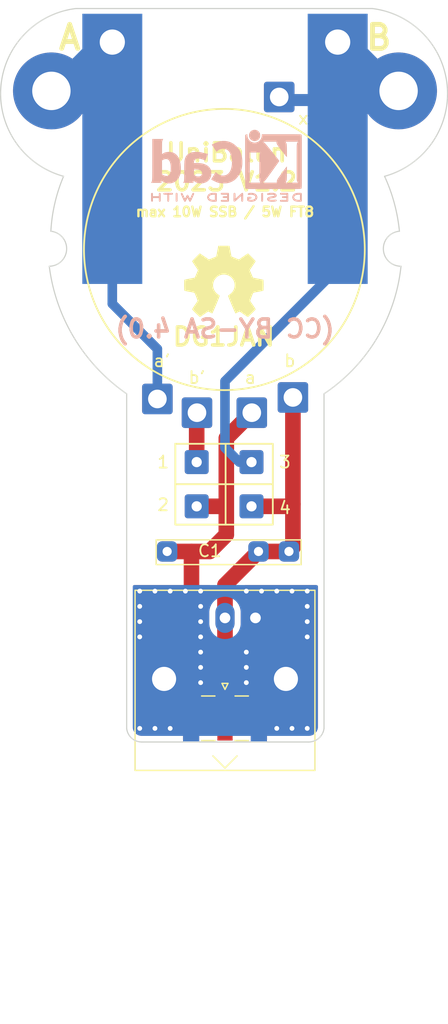
<source format=kicad_pcb>
(kicad_pcb (version 20211014) (generator pcbnew)
  (layers (0 "F.Cu" signal) (31 "B.Cu" signal) (34 "B.Paste" user) (35 "F.Paste" user) (36 "B.SilkS" user "B.Silkscreen") (37 "F.SilkS" user "F.Silkscreen") (38 "B.Mask" user) (39 "F.Mask" user) (44 "Edge.Cuts" user))
  (net 0 "")
  (net 1 "Net-(C1-Pad1)")
  (net 2 "GND")
  (net 3 "Net-(H1-Pad1)")
  (net 4 "Net-(U1-Pad1)")
  (net 5 "Net-(H2-Pad1)")
  (footprint "UniBalunLibrary:FT82_Balun" (layer "F.Cu") (at 117.602 65.532)
    (fp_text reference "U2" hide)
    (fp_text value "Core" hide)
    (fp_text user "x" (at 6.5278 -10.922) (layer "F.SilkS"))
    (fp_text user "a'" (at -5.2578 9.271) (layer "F.SilkS"))
    (fp_text user "a" (at 2.1082 10.668) (layer "F.SilkS"))
    (fp_text user "b'" (at -2.3368 10.668) (layer "F.SilkS"))
    (fp_text user "b" (at 5.4102 9.271) (layer "F.SilkS"))
    (pad "" np_thru_hole circle (at 4.6736 0) (size 3.2 3.2) (drill 3.2) (layers *.Cu *.Mask))
    (pad "" np_thru_hole circle (at -4.826 0) (size 3.2 3.2) (drill 3.2) (layers *.Cu *.Mask))
    (pad "" np_thru_hole circle (at -4.826 0) (size 3.2 3.2) (drill 3.2) (layers *.Cu *.Mask))
    (pad "" np_thru_hole circle (at 4.6736 0) (size 3.2 3.2) (drill 3.2) (layers *.Cu *.Mask))
    (pad "1" thru_hole roundrect (at 2.2352 13.589) (size 2.55 2.55) (drill 1.55) (layers *.Cu *.Mask) (roundrect_rratio 0.098039) (net 2 "GND"))
    (pad "2" thru_hole roundrect (at 5.6642 12.319) (size 2.55 2.55) (drill 1.55) (layers *.Cu *.Mask) (roundrect_rratio 0.098039) (net 1 "Net-(C1-Pad1)"))
    (pad "3" thru_hole roundrect (at -5.6388 12.446) (size 2.55 2.55) (drill 1.55) (layers *.Cu *.Mask) (roundrect_rratio 0.098039) (net 5 "Net-(H2-Pad1)"))
    (pad "4" thru_hole roundrect (at -2.3368 13.589) (size 2.55 2.55) (drill 1.55) (layers *.Cu *.Mask) (roundrect_rratio 0.098039) (net 4 "Net-(U1-Pad1)"))
    (pad "5" thru_hole roundrect (at 4.5212 -12.7) (size 2.55 2.55) (drill 1.55) (layers *.Cu *.Mask) (roundrect_rratio 0.098039) (net 3 "Net-(H1-Pad1)"))
  )
  (footprint "Connector_Wire:SolderWire-1.5sqmm_1x01_D1.7mm_OD3.9mm" (layer "F.Cu") (at 108.204 48.26)
    (fp_text reference "J5" hide)
    (fp_text value "A_THT_Pad")
    (pad "1" thru_hole roundrect (at 0 0) (size 3.9 3.9) (drill 2.1) (layers *.Cu *.Mask) (roundrect_rratio 0.064103) (net 5 "Net-(H2-Pad1)"))
  )
  (footprint "Connector_Coaxial:BNC_Amphenol_B6252HB-NPP3G-50_Horizontal" (layer "F.Cu") (at 117.602 96.21 180)
    (fp_text reference "J1" hide)
    (fp_text value "BNC" hide)
    (pad "1" thru_hole oval (at 0 0 180) (size 1.6 2.5) (drill 0.89) (layers *.Cu *.Mask) (net 1 "Net-(C1-Pad1)"))
    (pad "2" thru_hole oval (at -5.08 -5.08 180) (size 3.5 7) (drill 2.01) (layers *.Cu *.Mask) (net 2 "GND"))
    (pad "2" thru_hole oval (at -2.54 0 180) (size 1.6 2.5) (drill 0.89) (layers *.Cu *.Mask) (net 2 "GND"))
    (pad "2" thru_hole oval (at 5.08 -5.08 180) (size 3.5 7) (drill 2.01) (layers *.Cu *.Mask) (net 2 "GND"))
  )
  (footprint "MountingHole:MountingHole_4.5mm" (layer "F.Cu") (at 117.6782 49.53)
    (fp_text reference "H5" hide)
    (fp_text value "MountingHole" hide)
    (pad "" np_thru_hole circle (at 0 0) (size 4.5 4.5) (drill 4.5) (layers *.Cu *.Mask))
  )
  (footprint "Connector_Wire:SolderWire-1.5sqmm_1x01_D1.7mm_OD3.9mm" (layer "F.Cu") (at 127 48.26)
    (fp_text reference "J3" hide)
    (fp_text value "B_THT_Pad")
    (pad "1" thru_hole roundrect (at 0 0) (size 3.9 3.9) (drill 2.1) (layers *.Cu *.Mask) (roundrect_rratio 0.064103) (net 3 "Net-(H1-Pad1)"))
  )
  (footprint "MountingHole:MountingHole_2.1mm" (layer "F.Cu") (at 112.8014 48.387)
    (fp_text reference "H4" hide)
    (fp_text value "MountingHole" hide)
    (pad "" np_thru_hole circle (at 0 0) (size 2.1 2.1) (drill 2.1) (layers *.Cu *.Mask))
  )
  (footprint "UniBalunLibrary:Jumper" (layer "F.Cu") (at 117.602 85.09)
    (fp_text reference "U1" hide)
    (fp_text value "JumperPad" hide)
    (fp_text user "1" (at -5.1562 -1.8542) (layer "F.SilkS"))
    (fp_text user "4" (at 5.0038 1.9558) (layer "F.SilkS"))
    (fp_text user "3" (at 5.0038 -1.8542) (layer "F.SilkS"))
    (fp_text user "2" (at -5.1562 1.7018) (layer "F.SilkS"))
    (pad "1" thru_hole roundrect (at -2.3622 -1.8542) (size 2 2) (drill 0.85) (layers *.Cu *.Mask) (roundrect_rratio 0.125) (net 4 "Net-(U1-Pad1)"))
    (pad "2" thru_hole roundrect (at -2.3622 1.8288) (size 2 2) (drill 0.85) (layers *.Cu *.Mask) (roundrect_rratio 0.125) (net 2 "GND"))
    (pad "3" thru_hole roundrect (at 2.2098 -1.8542) (size 2 2) (drill 0.85) (layers *.Cu *.Mask) (roundrect_rratio 0.125) (net 3 "Net-(H1-Pad1)"))
    (pad "4" thru_hole roundrect (at 2.2098 1.8288) (size 2 2) (drill 0.85) (layers *.Cu *.Mask) (roundrect_rratio 0.125) (net 1 "Net-(C1-Pad1)"))
  )
  (footprint "MountingHole:MountingHole_3.2mm_M3_Pad" (layer "F.Cu") (at 103.124 52.324)
    (fp_text reference "H2" hide)
    (fp_text value "A" hide)
    (pad "1" thru_hole circle (at 0 0) (size 6.4 6.4) (drill 3.2) (layers *.Cu *.Mask) (net 5 "Net-(H2-Pad1)"))
  )
  (footprint "UniBalunLibrary:THT_cap" (layer "F.Cu") (at 117.856 90.678 180)
    (fp_text reference "C1" (at 1.524 0.0508 unlocked) (layer "F.SilkS"))
    (fp_text value "100pF" hide)
    (pad "1" thru_hole roundrect (at -2.54 0 180) (size 1.7 1.7) (drill 0.762) (layers *.Cu *.Mask) (net 1 "Net-(C1-Pad1)"))
    (pad "1" thru_hole roundrect (at -5.08 0 180) (size 1.7 1.7) (drill 0.762) (layers *.Cu *.Mask) (net 1 "Net-(C1-Pad1)"))
    (pad "2" thru_hole roundrect (at 5.08 0 180) (size 1.7 1.7) (drill 0.762) (layers *.Cu *.Mask) (net 2 "GND"))
  )
  (footprint "MountingHole:MountingHole_2.1mm" (layer "F.Cu") (at 122.4026 48.387)
    (fp_text reference "H3" hide)
    (fp_text value "MountingHole" hide)
    (pad "" np_thru_hole circle (at 0 0) (size 2.1 2.1) (drill 2.1) (layers *.Cu *.Mask))
  )
  (footprint "MountingHole:MountingHole_3.2mm_M3_Pad" (layer "F.Cu") (at 132.08 52.324)
    (fp_text reference "H1" hide)
    (fp_text value "B" hide)
    (pad "1" thru_hole circle (at 0 0) (size 6.4 6.4) (drill 3.2) (layers *.Cu *.Mask) (net 3 "Net-(H1-Pad1)"))
  )
  (footprint "Connector_Coaxial:SMA_Samtec_SMA-J-P-X-ST-EM1_EdgeMount" (layer "F.Cu") (at 117.602 104.4226)
    (fp_text reference "J2" hide)
    (fp_text value "SMA" hide)
    (pad "1" smd rect (at 0 0.2) (size 1.27 3.6) (layers "F.Cu" "F.Paste" "F.Mask") (net 1 "Net-(C1-Pad1)"))
    (pad "2" smd rect (at 2.825 0) (size 1.35 4.2) (layers "B.Cu" "B.Paste" "B.Mask") (net 2 "GND"))
    (pad "2" smd rect (at -2.825 0) (size 1.35 4.2) (layers "B.Cu" "B.Paste" "B.Mask") (net 2 "GND"))
    (pad "2" smd rect (at -2.825 0) (size 1.35 4.2) (layers "F.Cu" "F.Paste" "F.Mask") (net 2 "GND"))
    (pad "2" smd rect (at 2.825 0) (size 1.35 4.2) (layers "F.Cu" "F.Paste" "F.Mask") (net 2 "GND"))
  )
  (footprint "Symbol:OSHW-Symbol_6.7x6mm_SilkScreen" (layer "F.Cu") (at 117.5 68.2)
    (fp_text reference "REF**" hide)
    (fp_text value "OSHW-Symbol_6.7x6mm_SilkScreen" hide)
  )
  (footprint "UniBalunLibrary:4mmJack" (layer "B.Cu") (at 127.254 56.896 90)
    (fp_text reference "J4" hide)
    (fp_text value "B_SMD_PAD" hide)
    (pad "1" smd rect (at -0.254 -0.254 90) (size 22.5 5) (layers "B.Cu" "B.Mask") (net 3 "Net-(H1-Pad1)"))
  )
  (footprint "Symbol:KiCad-Logo2_5mm_SilkScreen" (layer "B.Cu") (at 117.729 58.547 180)
    (fp_text reference "REF**" hide)
    (fp_text value "KiCad-Logo2_5mm_SilkScreen" hide)
  )
  (footprint "UniBalunLibrary:4mmJack" (layer "B.Cu") (at 108.458 56.896 90)
    (fp_text reference "J6" hide)
    (fp_text value "A_SMD_PAD" hide)
    (pad "1" smd rect (at -0.254 -0.254 90) (size 22.5 5) (layers "B.Cu" "B.Mask") (net 5 "Net-(H2-Pad1)"))
  )
  (gr_line (start 125.861231 105.41) (end 125.861231 77.548862) (layer "Edge.Cuts") (width 0.1))
  (gr_arc (start 110.658774 106.543974) (mid 109.812413 106.218577) (end 109.402031 105.41) (layer "Edge.Cuts") (width 0.1))
  (gr_arc (start 109.402031 77.548862) (mid 105.04112 72.92614) (end 102.945817 66.926406) (layer "Edge.Cuts") (width 0.1))
  (gr_arc (start 132.281854 66.925327) (mid 130.254542 72.952072) (end 125.861231 77.548862) (layer "Edge.Cuts") (width 0.1))
  (gr_arc (start 103.078577 64.011716) (mid 104.394 65.532) (end 102.945817 66.926406) (layer "Edge.Cuts") (width 0.1))
  (gr_line (start 109.402031 105.41) (end 109.402031 77.548862) (layer "Edge.Cuts") (width 0.1))
  (gr_arc (start 103.078577 64.011716) (mid 103.410896 61.677837) (end 104.14 59.436) (layer "Edge.Cuts") (width 0.1))
  (gr_arc (start 130.910075 59.436) (mid 131.721418 61.671361) (end 132.149094 64.010637) (layer "Edge.Cuts") (width 0.1))
  (gr_arc (start 129.894075 45.466) (mid 136.144 52.033405) (end 130.910075 59.436) (layer "Edge.Cuts") (width 0.1))
  (gr_arc (start 125.861231 105.41) (mid 125.43422 106.219858) (end 124.577974 106.543974) (layer "Edge.Cuts") (width 0.1))
  (gr_arc (start 132.281854 66.925327) (mid 130.81 65.532) (end 132.149094 64.010637) (layer "Edge.Cuts") (width 0.1))
  (gr_line (start 110.658774 106.543974) (end 124.577974 106.543974) (layer "Edge.Cuts") (width 0.1))
  (gr_line (start 105.156 45.466) (end 129.894075 45.466) (layer "Edge.Cuts") (width 0.1))
  (gr_arc (start 104.14 59.436) (mid 98.906069 52.033405) (end 105.156 45.466) (layer "Edge.Cuts") (width 0.1))
  (gr_text "(CC BY-SA 4.0)" (at 117.602 72.136) (layer "B.SilkS") (effects (font (size 1.5 1.5) (thickness 0.3)) (justify mirror)))
  (gr_text "B" (at 130.429 47.879) (layer "F.SilkS") (effects (font (size 2 2) (thickness 0.4))))
  (gr_text "max 10W SSB / 5W FT8" (at 117.6 62.4) (layer "F.SilkS") (effects (font (size 0.8 0.8) (thickness 0.2))))
  (gr_text "UniBalun\n2023 V1.2" (at 117.729 58.674) (layer "F.SilkS") (effects (font (size 1.5 1.5) (thickness 0.3))))
  (gr_text "DG1JAN" (at 117.5 72.8) (layer "F.SilkS") (effects (font (size 1.5 1.5) (thickness 0.3))))
  (gr_text "A" (at 104.648 47.879) (layer "F.SilkS") (effects (font (size 2 2) (thickness 0.4))))
  (segment (start 117.602 104.648) (end 117.602 96.21) (width 1.3) (layer "F.Cu") (net 1))
  (segment (start 117.602 93.472) (end 120.396 90.678) (width 1.3) (layer "F.Cu") (net 1))
  (segment (start 120.396 90.678) (end 122.936 90.678) (width 1.3) (layer "F.Cu") (net 1))
  (segment (start 123.2662 77.851) (end 123.2662 86.7338) (width 1.3) (layer "F.Cu") (net 1))
  (segment (start 123.2662 86.7338) (end 123.2662 90.3478) (width 1.3) (layer "F.Cu") (net 1))
  (segment (start 117.602 96.21) (end 117.602 93.472) (width 1.3) (layer "F.Cu") (net 1))
  (segment (start 119.8118 86.9188) (end 123.0812 86.9188) (width 1.3) (layer "F.Cu") (net 1))
  (segment (start 123.0812 86.9188) (end 123.2662 86.7338) (width 1.3) (layer "F.Cu") (net 1))
  (segment (start 122.936 90.678) (end 123.2662 90.3478) (width 1.3) (layer "F.Cu") (net 1))
  (segment (start 116.322 90.678) (end 117.71268 89.28732) (width 1.3) (layer "F.Cu") (net 2))
  (segment (start 115.2398 86.9188) (end 117.50656 86.9188) (width 1.3) (layer "F.Cu") (net 2))
  (segment (start 117.71268 81.24552) (end 119.8372 79.121) (width 1.3) (layer "F.Cu") (net 2))
  (segment (start 116.322 90.678) (end 114.808 90.678) (width 1) (layer "F.Cu") (net 2))
  (segment (start 112.776 90.678) (end 116.322 90.678) (width 1.3) (layer "F.Cu") (net 2))
  (segment (start 112.776 101.036) (end 112.522 101.29) (width 1) (layer "F.Cu") (net 2))
  (segment (start 114.808 90.678) (end 114.808 94.234) (width 1.3) (layer "F.Cu") (net 2))
  (segment (start 117.71268 89.28732) (end 117.71268 81.24552) (width 1.3) (layer "F.Cu") (net 2))
  (via (at 110.49 105.41) (size 0.8) (drill 0.4) (layers "F.Cu" "B.Cu") (net 2))
  (via (at 119.38 99.06) (size 0.8) (drill 0.4) (layers "F.Cu" "B.Cu") (net 2))
  (via (at 115.57 99.06) (size 0.8) (drill 0.4) (layers "F.Cu" "B.Cu") (net 2))
  (via (at 114.3 93.98) (size 0.8) (drill 0.4) (layers "F.Cu" "B.Cu") (net 2))
  (via (at 115.57 93.98) (size 0.8) (drill 0.4) (layers "F.Cu" "B.Cu") (net 2))
  (via (at 115.57 101.6) (size 0.8) (drill 0.4) (layers "F.Cu" "B.Cu") (net 2))
  (via (at 111.76 93.98) (size 0.8) (drill 0.4) (layers "F.Cu" "B.Cu") (net 2))
  (via (at 115.57 95.25) (size 0.8) (drill 0.4) (layers "F.Cu" "B.Cu") (net 2))
  (via (at 124.46 93.98) (size 0.8) (drill 0.4) (layers "F.Cu" "B.Cu") (net 2))
  (via (at 113.03 93.98) (size 0.8) (drill 0.4) (layers "F.Cu" "B.Cu") (net 2))
  (via (at 123.19 93.98) (size 0.8) (drill 0.4) (layers "F.Cu" "B.Cu") (net 2))
  (via (at 110.49 96.52) (size 0.8) (drill 0.4) (layers "F.Cu" "B.Cu") (net 2))
  (via (at 124.46 95.25) (size 0.8) (drill 0.4) (layers "F.Cu" "B.Cu") (net 2))
  (via (at 121.92 93.98) (size 0.8) (drill 0.4) (layers "F.Cu" "B.Cu") (net 2))
  (via (at 115.57 96.52) (size 0.8) (drill 0.4) (layers "F.Cu" "B.Cu") (net 2))
  (via (at 119.38 101.6) (size 0.8) (drill 0.4) (layers "F.Cu" "B.Cu") (net 2))
  (via (at 119.38 100.33) (size 0.8) (drill 0.4) (layers "F.Cu" "B.Cu") (net 2))
  (via (at 115.57 100.33) (size 0.8) (drill 0.4) (layers "F.Cu" "B.Cu") (net 2))
  (via (at 120.65 93.98) (size 0.8) (drill 0.4) (layers "F.Cu" "B.Cu") (net 2))
  (via (at 110.49 95.25) (size 0.8) (drill 0.4) (layers "F.Cu" "B.Cu") (net 2))
  (via (at 115.57 97.79) (size 0.8) (drill 0.4) (layers "F.Cu" "B.Cu") (net 2))
  (via (at 111.76 105.41) (size 0.8) (drill 0.4) (layers "F.Cu" "B.Cu") (net 2))
  (via (at 113.03 105.41) (size 0.8) (drill 0.4) (layers "F.Cu" "B.Cu") (net 2))
  (via (at 124.46 105.41) (size 0.8) (drill 0.4) (layers "F.Cu" "B.Cu") (net 2))
  (via (at 110.49 97.79) (size 0.8) (drill 0.4) (layers "F.Cu" "B.Cu") (net 2))
  (via (at 110.49 93.98) (size 0.8) (drill 0.4) (layers "F.Cu" "B.Cu") (net 2))
  (via (at 119.38 93.98) (size 0.8) (drill 0.4) (layers "F.Cu" "B.Cu") (net 2))
  (via (at 121.92 105.41) (size 0.8) (drill 0.4) (layers "F.Cu" "B.Cu") (net 2))
  (via (at 123.19 105.41) (size 0.8) (drill 0.4) (layers "F.Cu" "B.Cu") (net 2))
  (via (at 124.46 96.52) (size 0.8) (drill 0.4) (layers "F.Cu" "B.Cu") (net 2))
  (via (at 124.46 97.79) (size 0.8) (drill 0.4) (layers "F.Cu" "B.Cu") (net 2))
  (segment (start 118.7958 83.2358) (end 117.6 82.04) (width 0.8) (layer "B.Cu") (net 3))
  (segment (start 127 48.26) (end 128.016 48.26) (width 1.3) (layer "B.Cu") (net 3))
  (segment (start 127 53.086) (end 122.3772 53.086) (width 1) (layer "B.Cu") (net 3))
  (segment (start 117.6 81.97) (end 117.6 76.6) (width 0.8) (layer "B.Cu") (net 3))
  (segment (start 127 57.15) (end 127 53.086) (width 1) (layer "B.Cu") (net 3))
  (segment (start 122.3772 53.086) (end 122.1232 52.832) (width 1) (layer "B.Cu") (net 3))
  (segment (start 117.6 82.04) (end 117.6 81.9) (width 0.8) (layer "B.Cu") (net 3))
  (segment (start 127 48.26) (end 127 53.086) (width 1.3) (layer "B.Cu") (net 3))
  (segment (start 127 67.1) (end 127 66.929) (width 0.8) (layer "B.Cu") (net 3))
  (segment (start 127 66.929) (end 127 57.15) (width 1) (layer "B.Cu") (net 3))
  (segment (start 117.6 76.5) (end 127 67.1) (width 0.8) (layer "B.Cu") (net 3))
  (segment (start 128.016 48.26) (end 132.08 52.324) (width 1.3) (layer "B.Cu") (net 3))
  (segment (start 125.5268 55.6768) (end 127 57.15) (width 1.3) (layer "B.Cu") (net 3))
  (segment (start 115.2398 83.2358) (end 115.2398 79.1464) (width 1.3) (layer "F.Cu") (net 4))
  (segment (start 115.2398 79.1464) (end 115.2652 79.121) (width 1.3) (layer "F.Cu") (net 4))
  (segment (start 107.188 48.26) (end 103.124 52.324) (width 1.3) (layer "B.Cu") (net 5))
  (segment (start 108.204 48.26) (end 108.204 57.15) (width 1.3) (layer "B.Cu") (net 5))
  (segment (start 111.9632 77.978) (end 111.9632 73.8124) (width 0.8) (layer "B.Cu") (net 5))
  (segment (start 108.204 48.26) (end 107.188 48.26) (width 1.3) (layer "B.Cu") (net 5))
  (segment (start 108.204 70.0532) (end 108.204 57.15) (width 0.8) (layer "B.Cu") (net 5))
  (segment (start 111.9632 73.8124) (end 108.204 70.0532) (width 0.8) (layer "B.Cu") (net 5))
  (zone (net 2) (net_name "GND") (layers F&B.Cu) (connect_pads yes (clearance 0.508)) (min_thickness 0.254) (fill yes (thermal_gap 0.508) (thermal_bridge_width 0.508))
    (polygon (pts (xy 125.476 106.553) (xy 109.728 106.553) (xy 109.728 93.472) (xy 125.476 93.472)))
  )
)
</source>
